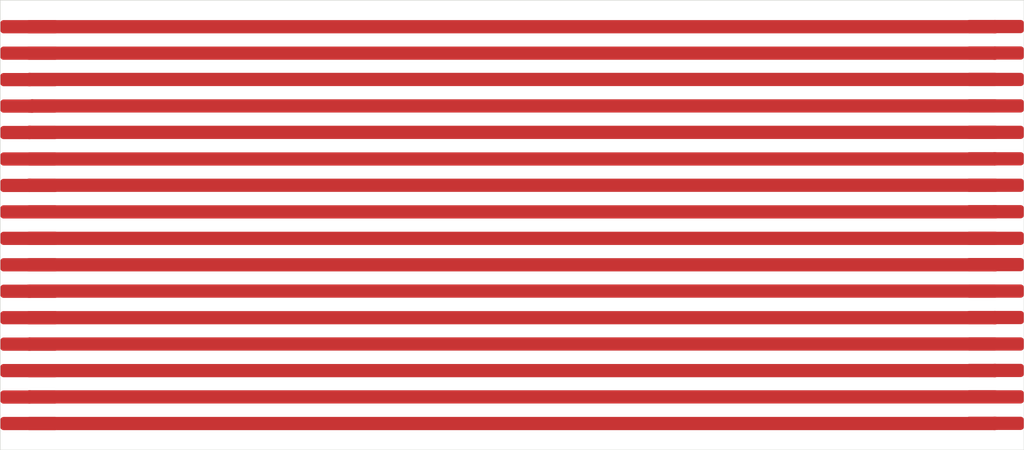
<source format=kicad_pcb>
(kicad_pcb (version 20240108) (generator "pcbnew") (generator_version "8.0")
  (layers (0 "F.Cu" signal) (31 "B.Cu" signal) (34 "B.Paste" user) (35 "F.Paste" user) (36 "B.SilkS" user "B.Silkscreen") (37 "F.SilkS" user "F.Silkscreen") (38 "B.Mask" user) (39 "F.Mask" user) (44 "Edge.Cuts" user))
  (net 0 "")
  (net 1 "Net-(J1-Pin_1)")
  (net 2 "Net-(J3-Pin_1)")
  (net 3 "Net-(J5-Pin_1)")
  (net 4 "Net-(J6-Pin_1)")
  (net 5 "Net-(J13-Pin_1)")
  (net 6 "Net-(J10-Pin_1)")
  (net 7 "Net-(J11-Pin_1)")
  (net 8 "Net-(J12-Pin_1)")
  (net 9 "Net-(J17-Pin_1)")
  (net 10 "Net-(J18-Pin_1)")
  (net 11 "Net-(J19-Pin_1)")
  (net 12 "Net-(J20-Pin_1)")
  (net 13 "Net-(J21-Pin_1)")
  (net 14 "Net-(J22-Pin_1)")
  (net 15 "Net-(J23-Pin_1)")
  (net 16 "Net-(J24-Pin_1)")
  (footprint "edge-pads:pad_1.27mm_5.588mm" (layer "F.Cu") (at 104.14 75.565)
    (property "Reference" "J18" (hide yes))
    (property "Value" "Conn_01x01_Pin" (hide yes))
    (pad "1" smd roundrect (at 0.254 -0.127) (size 5.588 1.27) (layers "F.Cu" "F.Paste" "F.Mask") (net 10 "Net-(J18-Pin_1)"))
  )
  (footprint "edge-pads:pad_1.27mm_5.588mm" (layer "F.Cu") (at 104.14 67.945)
    (property "Reference" "J11" (hide yes))
    (property "Value" "Conn_01x01_Pin" (hide yes))
    (pad "1" smd roundrect (at 0.254 -0.127) (size 5.588 1.27) (layers "F.Cu" "F.Paste" "F.Mask") (net 7 "Net-(J11-Pin_1)"))
  )
  (footprint "edge-pads:pad_1.27mm_5.588mm" (layer "F.Cu") (at 196.85 80.629)
    (property "Reference" "J28" (hide yes))
    (property "Value" "Conn_01x01_Pin" (hide yes))
    (pad "1" smd roundrect (at 0.254 -0.127) (size 5.588 1.27) (layers "F.Cu" "F.Paste" "F.Mask") (net 12 "Net-(J20-Pin_1)"))
  )
  (footprint "edge-pads:pad_1.27mm_5.588mm" (layer "F.Cu") (at 104.14 52.705)
    (property "Reference" "J1" (hide yes))
    (property "Value" "Conn_01x01_Pin" (hide yes))
    (pad "1" smd roundrect (at 0.254 -0.127) (size 5.588 1.27) (layers "F.Cu" "F.Paste" "F.Mask") (net 1 "Net-(J1-Pin_1)"))
  )
  (footprint "edge-pads:pad_1.27mm_5.588mm" (layer "F.Cu") (at 196.85 65.389)
    (property "Reference" "J14" (hide yes))
    (property "Value" "Conn_01x01_Pin" (hide yes))
    (pad "1" smd roundrect (at 0.254 -0.127) (size 5.588 1.27) (layers "F.Cu" "F.Paste" "F.Mask") (net 6 "Net-(J10-Pin_1)"))
  )
  (footprint "edge-pads:pad_1.27mm_5.588mm" (layer "F.Cu") (at 104.14 65.405)
    (property "Reference" "J10" (hide yes))
    (property "Value" "Conn_01x01_Pin" (hide yes))
    (pad "1" smd roundrect (at 0.254 -0.127) (size 5.588 1.27) (layers "F.Cu" "F.Paste" "F.Mask") (net 6 "Net-(J10-Pin_1)"))
  )
  (footprint "edge-pads:pad_1.27mm_5.588mm" (layer "F.Cu") (at 196.85 62.849)
    (property "Reference" "J13" (hide yes))
    (property "Value" "Conn_01x01_Pin" (hide yes))
    (pad "1" smd roundrect (at 0.254 -0.127) (size 5.588 1.27) (layers "F.Cu" "F.Paste" "F.Mask") (net 5 "Net-(J13-Pin_1)"))
  )
  (footprint "edge-pads:pad_1.27mm_5.588mm" (layer "F.Cu") (at 104.14 55.245)
    (property "Reference" "J3" (hide yes))
    (property "Value" "Conn_01x01_Pin" (hide yes))
    (pad "1" smd roundrect (at 0.254 -0.127) (size 5.588 1.27) (layers "F.Cu" "F.Paste" "F.Mask") (net 2 "Net-(J3-Pin_1)"))
  )
  (footprint "edge-pads:pad_1.27mm_5.588mm" (layer "F.Cu") (at 196.85 88.249)
    (property "Reference" "J31" (hide yes))
    (property "Value" "Conn_01x01_Pin" (hide yes))
    (pad "1" smd roundrect (at 0.254 -0.127) (size 5.588 1.27) (layers "F.Cu" "F.Paste" "F.Mask") (net 15 "Net-(J23-Pin_1)"))
  )
  (footprint "edge-pads:pad_1.27mm_5.588mm" (layer "F.Cu") (at 104.14 90.805)
    (property "Reference" "J24" (hide yes))
    (property "Value" "Conn_01x01_Pin" (hide yes))
    (pad "1" smd roundrect (at 0.254 -0.127) (size 5.588 1.27) (layers "F.Cu" "F.Paste" "F.Mask") (net 16 "Net-(J24-Pin_1)"))
  )
  (footprint "edge-pads:pad_1.27mm_5.588mm" (layer "F.Cu") (at 196.85 75.549)
    (property "Reference" "J26" (hide yes))
    (property "Value" "Conn_01x01_Pin" (hide yes))
    (pad "1" smd roundrect (at 0.254 -0.127) (size 5.588 1.27) (layers "F.Cu" "F.Paste" "F.Mask") (net 10 "Net-(J18-Pin_1)"))
  )
  (footprint "edge-pads:pad_1.27mm_5.588mm" (layer "F.Cu") (at 104.14 78.105)
    (property "Reference" "J19" (hide yes))
    (property "Value" "Conn_01x01_Pin" (hide yes))
    (pad "1" smd roundrect (at 0.254 -0.127) (size 5.588 1.27) (layers "F.Cu" "F.Paste" "F.Mask") (net 11 "Net-(J19-Pin_1)"))
  )
  (footprint "edge-pads:pad_1.27mm_5.588mm" (layer "F.Cu") (at 104.14 60.325)
    (property "Reference" "J6" (hide yes))
    (property "Value" "Conn_01x01_Pin" (hide yes))
    (pad "1" smd roundrect (at 0.254 -0.127) (size 5.588 1.27) (layers "F.Cu" "F.Paste" "F.Mask") (net 4 "Net-(J6-Pin_1)"))
  )
  (footprint "edge-pads:pad_1.27mm_5.588mm" (layer "F.Cu") (at 104.14 73.025)
    (property "Reference" "J17" (hide yes))
    (property "Value" "Conn_01x01_Pin" (hide yes))
    (pad "1" smd roundrect (at 0.254 -0.127) (size 5.588 1.27) (layers "F.Cu" "F.Paste" "F.Mask") (net 9 "Net-(J17-Pin_1)"))
  )
  (footprint "edge-pads:pad_1.27mm_5.588mm" (layer "F.Cu") (at 196.85 78.089)
    (property "Reference" "J27" (hide yes))
    (property "Value" "Conn_01x01_Pin" (hide yes))
    (pad "1" smd roundrect (at 0.254 -0.127) (size 5.588 1.27) (layers "F.Cu" "F.Paste" "F.Mask") (net 11 "Net-(J19-Pin_1)"))
  )
  (footprint "edge-pads:pad_1.27mm_5.588mm" (layer "F.Cu") (at 104.14 83.185)
    (property "Reference" "J21" (hide yes))
    (property "Value" "Conn_01x01_Pin" (hide yes))
    (pad "1" smd roundrect (at 0.254 -0.127) (size 5.588 1.27) (layers "F.Cu" "F.Paste" "F.Mask") (net 13 "Net-(J21-Pin_1)"))
  )
  (footprint "edge-pads:pad_1.27mm_5.588mm" (layer "F.Cu") (at 196.85 67.929)
    (property "Reference" "J15" (hide yes))
    (property "Value" "Conn_01x01_Pin" (hide yes))
    (pad "1" smd roundrect (at 0.254 -0.127) (size 5.588 1.27) (layers "F.Cu" "F.Paste" "F.Mask") (net 7 "Net-(J11-Pin_1)"))
  )
  (footprint "edge-pads:pad_1.27mm_5.588mm" (layer "F.Cu") (at 196.85 60.309)
    (property "Reference" "J8" (hide yes))
    (property "Value" "Conn_01x01_Pin" (hide yes))
    (pad "1" smd roundrect (at 0.254 -0.127) (size 5.588 1.27) (layers "F.Cu" "F.Paste" "F.Mask") (net 4 "Net-(J6-Pin_1)"))
  )
  (footprint "edge-pads:pad_1.27mm_5.588mm" (layer "F.Cu") (at 104.14 80.645)
    (property "Reference" "J20" (hide yes))
    (property "Value" "Conn_01x01_Pin" (hide yes))
    (pad "1" smd roundrect (at 0.254 -0.127) (size 5.588 1.27) (layers "F.Cu" "F.Paste" "F.Mask") (net 12 "Net-(J20-Pin_1)"))
  )
  (footprint "edge-pads:pad_1.27mm_5.588mm" (layer "F.Cu") (at 196.85 85.709)
    (property "Reference" "J30" (hide yes))
    (property "Value" "Conn_01x01_Pin" (hide yes))
    (pad "1" smd roundrect (at 0.254 -0.127) (size 5.588 1.27) (layers "F.Cu" "F.Paste" "F.Mask") (net 14 "Net-(J22-Pin_1)"))
  )
  (footprint "edge-pads:pad_1.27mm_5.588mm" (layer "F.Cu") (at 104.14 88.265)
    (property "Reference" "J23" (hide yes))
    (property "Value" "Conn_01x01_Pin" (hide yes))
    (pad "1" smd roundrect (at 0.254 -0.127) (size 5.588 1.27) (layers "F.Cu" "F.Paste" "F.Mask") (net 15 "Net-(J23-Pin_1)"))
  )
  (footprint "edge-pads:pad_1.27mm_5.588mm" (layer "F.Cu") (at 196.85 70.469)
    (property "Reference" "J16" (hide yes))
    (property "Value" "Conn_01x01_Pin" (hide yes))
    (pad "1" smd roundrect (at 0.254 -0.127) (size 5.588 1.27) (layers "F.Cu" "F.Paste" "F.Mask") (net 8 "Net-(J12-Pin_1)"))
  )
  (footprint "edge-pads:pad_1.27mm_5.588mm" (layer "F.Cu") (at 196.85 83.169)
    (property "Reference" "J29" (hide yes))
    (property "Value" "Conn_01x01_Pin" (hide yes))
    (pad "1" smd roundrect (at 0.254 -0.127) (size 5.588 1.27) (layers "F.Cu" "F.Paste" "F.Mask") (net 13 "Net-(J21-Pin_1)"))
  )
  (footprint "edge-pads:pad_1.27mm_5.588mm" (layer "F.Cu") (at 196.85 55.229)
    (property "Reference" "J4" (hide yes))
    (property "Value" "Conn_01x01_Pin" (hide yes))
    (pad "1" smd roundrect (at 0.254 -0.127) (size 5.588 1.27) (layers "F.Cu" "F.Paste" "F.Mask") (net 2 "Net-(J3-Pin_1)"))
  )
  (footprint "edge-pads:pad_1.27mm_5.588mm" (layer "F.Cu") (at 196.85 90.789)
    (property "Reference" "J32" (hide yes))
    (property "Value" "Conn_01x01_Pin" (hide yes))
    (pad "1" smd roundrect (at 0.254 -0.127) (size 5.588 1.27) (layers "F.Cu" "F.Paste" "F.Mask") (net 16 "Net-(J24-Pin_1)"))
  )
  (footprint "edge-pads:pad_1.27mm_5.588mm" (layer "F.Cu") (at 104.14 70.485)
    (property "Reference" "J12" (hide yes))
    (property "Value" "Conn_01x01_Pin" (hide yes))
    (pad "1" smd roundrect (at 0.254 -0.127) (size 5.588 1.27) (layers "F.Cu" "F.Paste" "F.Mask") (net 8 "Net-(J12-Pin_1)"))
  )
  (footprint "edge-pads:pad_1.27mm_5.588mm" (layer "F.Cu") (at 104.14 85.725)
    (property "Reference" "J22" (hide yes))
    (property "Value" "Conn_01x01_Pin" (hide yes))
    (pad "1" smd roundrect (at 0.254 -0.127) (size 5.588 1.27) (layers "F.Cu" "F.Paste" "F.Mask") (net 14 "Net-(J22-Pin_1)"))
  )
  (footprint "edge-pads:pad_1.27mm_5.588mm" (layer "F.Cu") (at 104.14 57.785)
    (property "Reference" "J5" (hide yes))
    (property "Value" "Conn_01x01_Pin" (hide yes))
    (pad "1" smd roundrect (at 0.254 -0.127) (size 5.588 1.27) (layers "F.Cu" "F.Paste" "F.Mask") (net 3 "Net-(J5-Pin_1)"))
  )
  (footprint "edge-pads:pad_1.27mm_5.588mm" (layer "F.Cu") (at 196.85 57.769)
    (property "Reference" "J7" (hide yes))
    (property "Value" "Conn_01x01_Pin" (hide yes))
    (pad "1" smd roundrect (at 0.254 -0.127) (size 5.588 1.27) (layers "F.Cu" "F.Paste" "F.Mask") (net 3 "Net-(J5-Pin_1)"))
  )
  (footprint "edge-pads:pad_1.27mm_5.588mm" (layer "F.Cu") (at 196.85 52.689)
    (property "Reference" "J2" (hide yes))
    (property "Value" "Conn_01x01_Pin" (hide yes))
    (pad "1" smd roundrect (at 0.254 -0.127) (size 5.588 1.27) (layers "F.Cu" "F.Paste" "F.Mask") (net 1 "Net-(J1-Pin_1)"))
  )
  (footprint "edge-pads:pad_1.27mm_5.588mm" (layer "F.Cu") (at 104.14 62.865)
    (property "Reference" "J9" (hide yes))
    (property "Value" "Conn_01x01_Pin" (hide yes))
    (pad "1" smd roundrect (at 0.254 -0.127) (size 5.588 1.27) (layers "F.Cu" "F.Paste" "F.Mask") (net 5 "Net-(J13-Pin_1)"))
  )
  (footprint "edge-pads:pad_1.27mm_5.588mm" (layer "F.Cu") (at 196.85 73.025)
    (property "Reference" "J25" (hide yes))
    (property "Value" "Conn_01x01_Pin" (hide yes))
    (pad "1" smd roundrect (at 0.254 -0.127) (size 5.588 1.27) (layers "F.Cu" "F.Paste" "F.Mask") (net 9 "Net-(J17-Pin_1)"))
  )
  (gr_rect (start 101.6 50.038) (end 199.898 93.218) (stroke (width 0.05)) (fill none) (layer "Edge.Cuts"))
  (segment (start 104.394 52.578) (end 197.088 52.578) (width 1.27) (layer "F.Cu") (net 1))
  (segment (start 197.088 52.578) (end 197.104 52.562) (width 1.27) (layer "F.Cu") (net 1))
  (segment (start 104.394 55.118) (end 197.088 55.118) (width 1.27) (layer "F.Cu") (net 2))
  (segment (start 197.088 55.118) (end 197.104 55.102) (width 1.27) (layer "F.Cu") (net 2))
  (segment (start 104.41 57.642) (end 104.394 57.658) (width 1.27) (layer "F.Cu") (net 3))
  (segment (start 197.104 57.642) (end 104.41 57.642) (width 1.27) (layer "F.Cu") (net 3))
  (segment (start 104.648 60.198) (end 104.664 60.182) (width 1.27) (layer "F.Cu") (net 4))
  (segment (start 104.394 60.198) (end 104.648 60.198) (width 1.27) (layer "F.Cu") (net 4))
  (segment (start 104.664 60.182) (end 197.104 60.182) (width 1.27) (layer "F.Cu") (net 4))
  (segment (start 197.104 62.722) (end 104.41 62.722) (width 1.27) (layer "F.Cu") (net 5))
  (segment (start 104.41 62.722) (end 104.394 62.738) (width 1.27) (layer "F.Cu") (net 5))
  (segment (start 197.088 65.278) (end 197.104 65.262) (width 1.27) (layer "F.Cu") (net 6))
  (segment (start 104.394 65.278) (end 197.088 65.278) (width 1.27) (layer "F.Cu") (net 6))
  (segment (start 197.104 67.802) (end 104.41 67.802) (width 1.27) (layer "F.Cu") (net 7))
  (segment (start 104.41 67.802) (end 104.394 67.818) (width 1.27) (layer "F.Cu") (net 7))
  (segment (start 104.394 70.358) (end 197.088 70.358) (width 1.27) (layer "F.Cu") (net 8))
  (segment (start 197.088 70.358) (end 197.104 70.342) (width 1.27) (layer "F.Cu") (net 8))
  (segment (start 197.104 72.898) (end 104.394 72.898) (width 1.27) (layer "F.Cu") (net 9))
  (segment (start 104.394 75.438) (end 197.088 75.438) (width 1.27) (layer "F.Cu") (net 10))
  (segment (start 197.088 75.438) (end 197.104 75.422) (width 1.27) (layer "F.Cu") (net 10))
  (segment (start 197.104 77.962) (end 104.41 77.962) (width 1.27) (layer "F.Cu") (net 11))
  (segment (start 104.41 77.962) (end 104.394 77.978) (width 1.27) (layer "F.Cu") (net 11))
  (segment (start 104.394 80.518) (end 197.088 80.518) (width 1.27) (layer "F.Cu") (net 12))
  (segment (start 197.088 80.518) (end 197.104 80.502) (width 1.27) (layer "F.Cu") (net 12))
  (segment (start 104.41 83.042) (end 104.394 83.058) (width 1.27) (layer "F.Cu") (net 13))
  (segment (start 197.104 83.042) (end 104.41 83.042) (width 1.27) (layer "F.Cu") (net 13))
  (segment (start 197.088 85.598) (end 197.104 85.582) (width 1.27) (layer "F.Cu") (net 14))
  (segment (start 104.394 85.598) (end 197.088 85.598) (width 1.27) (layer "F.Cu") (net 14))
  (segment (start 197.104 88.122) (end 104.41 88.122) (width 1.27) (layer "F.Cu") (net 15))
  (segment (start 104.41 88.122) (end 104.394 88.138) (width 1.27) (layer "F.Cu") (net 15))
  (segment (start 104.394 90.678) (end 197.088 90.678) (width 1.27) (layer "F.Cu") (net 16))
  (segment (start 197.088 90.678) (end 197.104 90.662) (width 1.27) (layer "F.Cu") (net 16))
)
</source>
